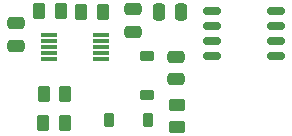
<source format=gtp>
%TF.GenerationSoftware,KiCad,Pcbnew,7.0.2*%
%TF.CreationDate,2023-07-05T23:29:04-07:00*%
%TF.ProjectId,555-timer-pwm-with-digipot,3535352d-7469-46d6-9572-2d70776d2d77,rev?*%
%TF.SameCoordinates,Original*%
%TF.FileFunction,Paste,Top*%
%TF.FilePolarity,Positive*%
%FSLAX46Y46*%
G04 Gerber Fmt 4.6, Leading zero omitted, Abs format (unit mm)*
G04 Created by KiCad (PCBNEW 7.0.2) date 2023-07-05 23:29:04*
%MOMM*%
%LPD*%
G01*
G04 APERTURE LIST*
G04 Aperture macros list*
%AMRoundRect*
0 Rectangle with rounded corners*
0 $1 Rounding radius*
0 $2 $3 $4 $5 $6 $7 $8 $9 X,Y pos of 4 corners*
0 Add a 4 corners polygon primitive as box body*
4,1,4,$2,$3,$4,$5,$6,$7,$8,$9,$2,$3,0*
0 Add four circle primitives for the rounded corners*
1,1,$1+$1,$2,$3*
1,1,$1+$1,$4,$5*
1,1,$1+$1,$6,$7*
1,1,$1+$1,$8,$9*
0 Add four rect primitives between the rounded corners*
20,1,$1+$1,$2,$3,$4,$5,0*
20,1,$1+$1,$4,$5,$6,$7,0*
20,1,$1+$1,$6,$7,$8,$9,0*
20,1,$1+$1,$8,$9,$2,$3,0*%
G04 Aperture macros list end*
%ADD10RoundRect,0.250000X-0.262500X-0.450000X0.262500X-0.450000X0.262500X0.450000X-0.262500X0.450000X0*%
%ADD11RoundRect,0.250000X-0.450000X0.262500X-0.450000X-0.262500X0.450000X-0.262500X0.450000X0.262500X0*%
%ADD12RoundRect,0.225000X0.225000X0.375000X-0.225000X0.375000X-0.225000X-0.375000X0.225000X-0.375000X0*%
%ADD13RoundRect,0.225000X-0.375000X0.225000X-0.375000X-0.225000X0.375000X-0.225000X0.375000X0.225000X0*%
%ADD14RoundRect,0.250000X0.262500X0.450000X-0.262500X0.450000X-0.262500X-0.450000X0.262500X-0.450000X0*%
%ADD15RoundRect,0.250000X0.475000X-0.250000X0.475000X0.250000X-0.475000X0.250000X-0.475000X-0.250000X0*%
%ADD16RoundRect,0.150000X0.625000X0.150000X-0.625000X0.150000X-0.625000X-0.150000X0.625000X-0.150000X0*%
%ADD17RoundRect,0.250000X0.250000X0.475000X-0.250000X0.475000X-0.250000X-0.475000X0.250000X-0.475000X0*%
%ADD18RoundRect,0.250000X-0.475000X0.250000X-0.475000X-0.250000X0.475000X-0.250000X0.475000X0.250000X0*%
%ADD19R,1.400000X0.300000*%
G04 APERTURE END LIST*
D10*
%TO.C,R5*%
X142703500Y-94795000D03*
X144528500Y-94795000D03*
%TD*%
%TO.C,R3*%
X145857500Y-87800000D03*
X147682500Y-87800000D03*
%TD*%
D11*
%TO.C,R1*%
X154009000Y-95719500D03*
X154009000Y-97544500D03*
%TD*%
D12*
%TO.C,D2*%
X151517000Y-97007000D03*
X148217000Y-97007000D03*
%TD*%
D13*
%TO.C,D1*%
X151442000Y-91561000D03*
X151442000Y-94861000D03*
%TD*%
D14*
%TO.C,R2*%
X144126500Y-87771000D03*
X142301500Y-87771000D03*
%TD*%
D15*
%TO.C,C4*%
X150214000Y-89497000D03*
X150214000Y-87597000D03*
%TD*%
D16*
%TO.C,U1*%
X162364000Y-91592000D03*
X162364000Y-90322000D03*
X162364000Y-89052000D03*
X162364000Y-87782000D03*
X156964000Y-87782000D03*
X156964000Y-89052000D03*
X156964000Y-90322000D03*
X156964000Y-91592000D03*
%TD*%
D15*
%TO.C,C1*%
X153897000Y-93548000D03*
X153897000Y-91648000D03*
%TD*%
D17*
%TO.C,C2*%
X154339000Y-87861000D03*
X152439000Y-87861000D03*
%TD*%
D18*
%TO.C,C3*%
X140308000Y-88778000D03*
X140308000Y-90678000D03*
%TD*%
D10*
%TO.C,R4*%
X142674500Y-97208000D03*
X144499500Y-97208000D03*
%TD*%
D19*
%TO.C,U2*%
X143116000Y-89775000D03*
X143116000Y-90275000D03*
X143116000Y-90775000D03*
X143116000Y-91275000D03*
X143116000Y-91775000D03*
X147516000Y-91775000D03*
X147516000Y-91275000D03*
X147516000Y-90775000D03*
X147516000Y-90275000D03*
X147516000Y-89775000D03*
%TD*%
M02*

</source>
